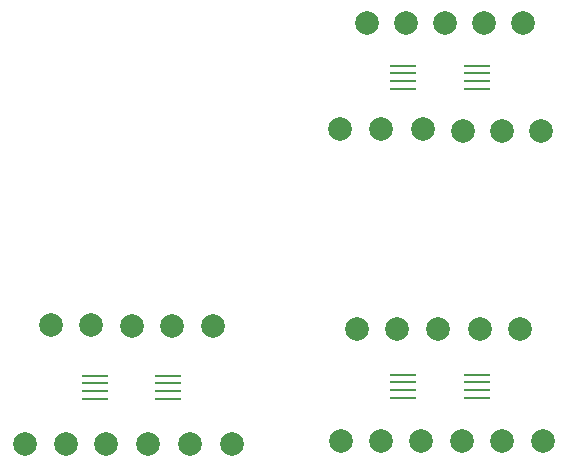
<source format=gbr>
%TF.GenerationSoftware,KiCad,Pcbnew,(5.1.10)-1*%
%TF.CreationDate,2023-07-20T22:08:15-05:00*%
%TF.ProjectId,perovskite_contact_board,7065726f-7673-46b6-9974-655f636f6e74,V3*%
%TF.SameCoordinates,Original*%
%TF.FileFunction,Soldermask,Bot*%
%TF.FilePolarity,Negative*%
%FSLAX46Y46*%
G04 Gerber Fmt 4.6, Leading zero omitted, Abs format (unit mm)*
G04 Created by KiCad (PCBNEW (5.1.10)-1) date 2023-07-20 22:08:15*
%MOMM*%
%LPD*%
G01*
G04 APERTURE LIST*
%ADD10C,2.000000*%
%ADD11R,2.200000X0.220000*%
G04 APERTURE END LIST*
D10*
%TO.C,JP103.8*%
X127825500Y-115379500D03*
%TD*%
%TO.C,JP103.11*%
X157924500Y-115125500D03*
%TD*%
%TO.C,JP103.7*%
X131254500Y-115379500D03*
%TD*%
%TO.C,JP103.10*%
X155892500Y-105600500D03*
%TD*%
%TO.C,JP103.6*%
X129970500Y-105332500D03*
%TD*%
%TO.C,JP103.12*%
X154559000Y-115125500D03*
%TD*%
%TO.C,JP103.5*%
X133413500Y-105332500D03*
%TD*%
%TO.C,JP103.9*%
X159258000Y-105600500D03*
%TD*%
%TO.C,JP103.4*%
X154495500Y-88709500D03*
%TD*%
%TO.C,JP103.3*%
X157924500Y-88709500D03*
%TD*%
%TO.C,JP103.2*%
X156781500Y-79692500D03*
%TD*%
%TO.C,JP103.1*%
X160083500Y-79692500D03*
%TD*%
%TO.C,JP102.7*%
X161353500Y-115125500D03*
%TD*%
%TO.C,JP102.6*%
X164782500Y-115125500D03*
%TD*%
%TO.C,JP102.5*%
X168211500Y-115125500D03*
%TD*%
%TO.C,JP102.4*%
X171640500Y-115125500D03*
%TD*%
%TO.C,JP102.3*%
X169735500Y-105600500D03*
%TD*%
%TO.C,JP102.2*%
X166306500Y-105600500D03*
%TD*%
%TO.C,JP102.1*%
X162750500Y-105600500D03*
%TD*%
%TO.C,JP101.7*%
X134683500Y-115379500D03*
%TD*%
%TO.C,JP101.1*%
X136842500Y-105346500D03*
%TD*%
%TO.C,JP101.2*%
X140271500Y-105346500D03*
%TD*%
%TO.C,JP101.3*%
X143700500Y-105346500D03*
%TD*%
%TO.C,JP101.4*%
X145351500Y-115379500D03*
%TD*%
%TO.C,JP101.5*%
X141795500Y-115379500D03*
%TD*%
%TO.C,JP101.6*%
X138239500Y-115379500D03*
%TD*%
%TO.C,JP100.7*%
X161480500Y-88709500D03*
%TD*%
%TO.C,JP100.6*%
X164909500Y-88836500D03*
%TD*%
%TO.C,JP100.5*%
X168211500Y-88836500D03*
%TD*%
%TO.C,JP100.4*%
X171513500Y-88836500D03*
%TD*%
%TO.C,JP100.3*%
X169989500Y-79692500D03*
%TD*%
%TO.C,JP100.2*%
X166687500Y-79692500D03*
%TD*%
%TO.C,JP100.1*%
X163385500Y-79692500D03*
%TD*%
D11*
%TO.C,U6*%
X159841000Y-109515000D03*
X166041000Y-109515000D03*
X159841000Y-110165000D03*
X166041000Y-110165000D03*
X159841000Y-110815000D03*
X166041000Y-110815000D03*
X159841000Y-111465000D03*
X166041000Y-111465000D03*
%TD*%
%TO.C,U5*%
X133742500Y-109578500D03*
X139942500Y-109578500D03*
X133742500Y-110228500D03*
X139942500Y-110228500D03*
X133742500Y-110878500D03*
X139942500Y-110878500D03*
X133742500Y-111528500D03*
X139942500Y-111528500D03*
%TD*%
%TO.C,U4*%
X159841000Y-83353000D03*
X166041000Y-83353000D03*
X159841000Y-84003000D03*
X166041000Y-84003000D03*
X159841000Y-84653000D03*
X166041000Y-84653000D03*
X159841000Y-85303000D03*
X166041000Y-85303000D03*
%TD*%
M02*

</source>
